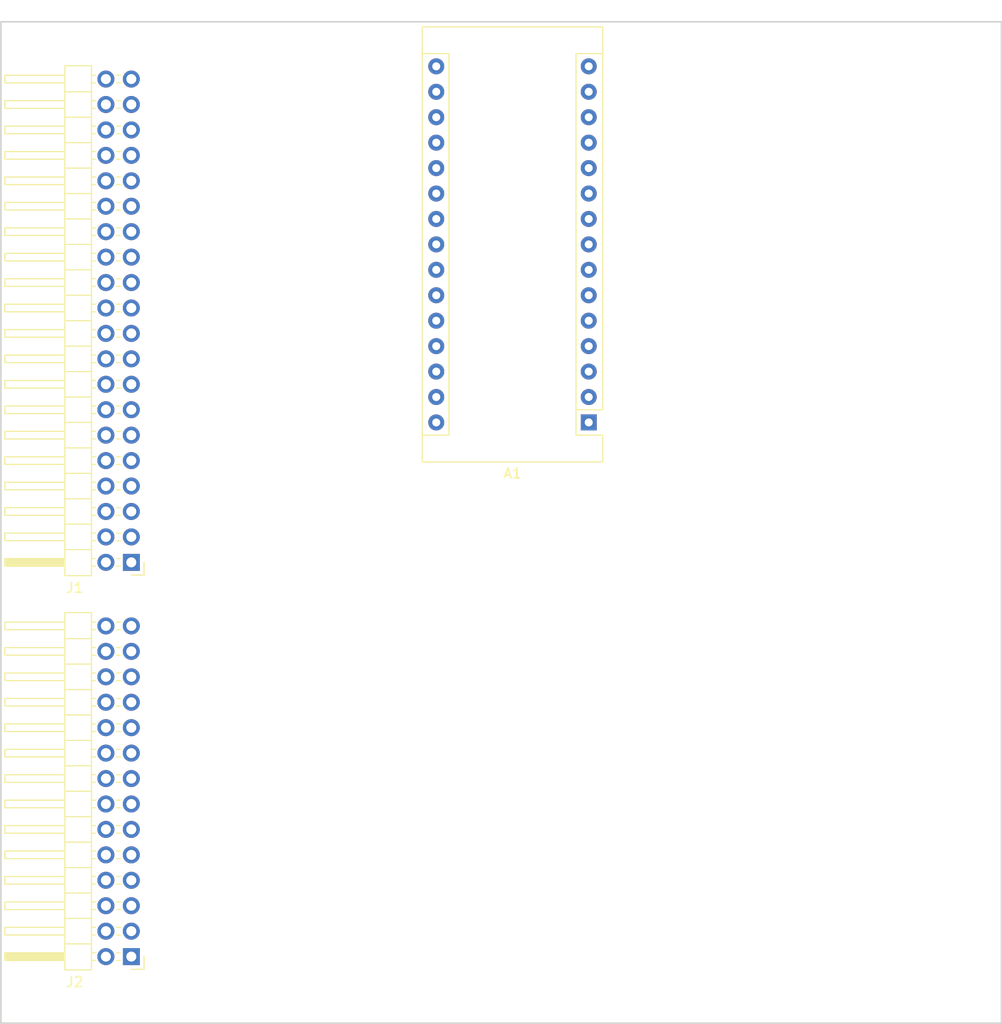
<source format=kicad_pcb>
(kicad_pcb (version 20171130) (host pcbnew "(5.0.0-rc2-dev-605-g458f9f5c9)")

  (general
    (thickness 1.6)
    (drawings 4)
    (tracks 0)
    (zones 0)
    (modules 3)
    (nets 21)
  )

  (page A4)
  (layers
    (0 F.Cu signal)
    (31 B.Cu signal)
    (32 B.Adhes user)
    (33 F.Adhes user)
    (34 B.Paste user)
    (35 F.Paste user)
    (36 B.SilkS user)
    (37 F.SilkS user)
    (38 B.Mask user)
    (39 F.Mask user)
    (40 Dwgs.User user)
    (41 Cmts.User user)
    (42 Eco1.User user)
    (43 Eco2.User user)
    (44 Edge.Cuts user)
    (45 Margin user)
    (46 B.CrtYd user)
    (47 F.CrtYd user)
    (48 B.Fab user)
    (49 F.Fab user)
  )

  (setup
    (last_trace_width 0.25)
    (trace_clearance 0.2)
    (zone_clearance 0.508)
    (zone_45_only no)
    (trace_min 0.2)
    (segment_width 0.2)
    (edge_width 0.15)
    (via_size 0.6)
    (via_drill 0.4)
    (via_min_size 0.4)
    (via_min_drill 0.3)
    (uvia_size 0.3)
    (uvia_drill 0.1)
    (uvias_allowed no)
    (uvia_min_size 0.2)
    (uvia_min_drill 0.1)
    (pcb_text_width 0.3)
    (pcb_text_size 1.5 1.5)
    (mod_edge_width 0.15)
    (mod_text_size 1 1)
    (mod_text_width 0.15)
    (pad_size 1.524 1.524)
    (pad_drill 0.762)
    (pad_to_mask_clearance 0.2)
    (aux_axis_origin 0 0)
    (visible_elements 7FFFFFFF)
    (pcbplotparams
      (layerselection 0x00030_80000001)
      (usegerberextensions false)
      (usegerberattributes false)
      (usegerberadvancedattributes false)
      (creategerberjobfile false)
      (excludeedgelayer true)
      (linewidth 0.100000)
      (plotframeref false)
      (viasonmask false)
      (mode 1)
      (useauxorigin false)
      (hpglpennumber 1)
      (hpglpenspeed 20)
      (hpglpendiameter 15)
      (psnegative false)
      (psa4output false)
      (plotreference true)
      (plotvalue true)
      (plotinvisibletext false)
      (padsonsilk false)
      (subtractmaskfromsilk false)
      (outputformat 1)
      (mirror false)
      (drillshape 1)
      (scaleselection 1)
      (outputdirectory ""))
  )

  (net 0 "")
  (net 1 GND)
  (net 2 +5V)
  (net 3 +3V3)
  (net 4 GPIO21)
  (net 5 GPIO20)
  (net 6 GPIO16)
  (net 7 GPIO12)
  (net 8 GPIO25)
  (net 9 GPIO24)
  (net 10 GPIO23)
  (net 11 GPIO18)
  (net 12 RST)
  (net 13 TXD)
  (net 14 RXD)
  (net 15 SCL1)
  (net 16 SDA1)
  (net 17 SDA)
  (net 18 SCL)
  (net 19 +HIGH)
  (net 20 GND_HIGH)

  (net_class Default "This is the default net class."
    (clearance 0.2)
    (trace_width 0.25)
    (via_dia 0.6)
    (via_drill 0.4)
    (uvia_dia 0.3)
    (uvia_drill 0.1)
    (add_net +3V3)
    (add_net +5V)
    (add_net +HIGH)
    (add_net GND)
    (add_net GND_HIGH)
    (add_net GPIO12)
    (add_net GPIO16)
    (add_net GPIO18)
    (add_net GPIO20)
    (add_net GPIO21)
    (add_net GPIO23)
    (add_net GPIO24)
    (add_net GPIO25)
    (add_net RST)
    (add_net RXD)
    (add_net SCL)
    (add_net SCL1)
    (add_net SDA)
    (add_net SDA1)
    (add_net TXD)
  )

  (module Module:Arduino_Nano (layer F.Cu) (tedit 58ACAF70) (tstamp 5AF9ED0A)
    (at 158.75 80.01 180)
    (descr "Arduino Nano, http://www.mouser.com/pdfdocs/Gravitech_Arduino_Nano3_0.pdf")
    (tags "Arduino Nano")
    (path /5AECBB11)
    (fp_text reference A1 (at 7.62 -5.08 180) (layer F.SilkS)
      (effects (font (size 1 1) (thickness 0.15)))
    )
    (fp_text value Arduino_Nano_v3.x (at 8.89 19.05 270) (layer F.Fab)
      (effects (font (size 1 1) (thickness 0.15)))
    )
    (fp_text user %R (at 6.35 19.05 270) (layer F.Fab)
      (effects (font (size 1 1) (thickness 0.15)))
    )
    (fp_line (start 1.27 1.27) (end 1.27 -1.27) (layer F.SilkS) (width 0.12))
    (fp_line (start 1.27 -1.27) (end -1.4 -1.27) (layer F.SilkS) (width 0.12))
    (fp_line (start -1.4 1.27) (end -1.4 39.5) (layer F.SilkS) (width 0.12))
    (fp_line (start -1.4 -3.94) (end -1.4 -1.27) (layer F.SilkS) (width 0.12))
    (fp_line (start 13.97 -1.27) (end 16.64 -1.27) (layer F.SilkS) (width 0.12))
    (fp_line (start 13.97 -1.27) (end 13.97 36.83) (layer F.SilkS) (width 0.12))
    (fp_line (start 13.97 36.83) (end 16.64 36.83) (layer F.SilkS) (width 0.12))
    (fp_line (start 1.27 1.27) (end -1.4 1.27) (layer F.SilkS) (width 0.12))
    (fp_line (start 1.27 1.27) (end 1.27 36.83) (layer F.SilkS) (width 0.12))
    (fp_line (start 1.27 36.83) (end -1.4 36.83) (layer F.SilkS) (width 0.12))
    (fp_line (start 3.81 31.75) (end 11.43 31.75) (layer F.Fab) (width 0.1))
    (fp_line (start 11.43 31.75) (end 11.43 41.91) (layer F.Fab) (width 0.1))
    (fp_line (start 11.43 41.91) (end 3.81 41.91) (layer F.Fab) (width 0.1))
    (fp_line (start 3.81 41.91) (end 3.81 31.75) (layer F.Fab) (width 0.1))
    (fp_line (start -1.4 39.5) (end 16.64 39.5) (layer F.SilkS) (width 0.12))
    (fp_line (start 16.64 39.5) (end 16.64 -3.94) (layer F.SilkS) (width 0.12))
    (fp_line (start 16.64 -3.94) (end -1.4 -3.94) (layer F.SilkS) (width 0.12))
    (fp_line (start 16.51 39.37) (end -1.27 39.37) (layer F.Fab) (width 0.1))
    (fp_line (start -1.27 39.37) (end -1.27 -2.54) (layer F.Fab) (width 0.1))
    (fp_line (start -1.27 -2.54) (end 0 -3.81) (layer F.Fab) (width 0.1))
    (fp_line (start 0 -3.81) (end 16.51 -3.81) (layer F.Fab) (width 0.1))
    (fp_line (start 16.51 -3.81) (end 16.51 39.37) (layer F.Fab) (width 0.1))
    (fp_line (start -1.53 -4.06) (end 16.75 -4.06) (layer F.CrtYd) (width 0.05))
    (fp_line (start -1.53 -4.06) (end -1.53 42.16) (layer F.CrtYd) (width 0.05))
    (fp_line (start 16.75 42.16) (end 16.75 -4.06) (layer F.CrtYd) (width 0.05))
    (fp_line (start 16.75 42.16) (end -1.53 42.16) (layer F.CrtYd) (width 0.05))
    (pad 1 thru_hole rect (at 0 0 180) (size 1.6 1.6) (drill 0.8) (layers *.Cu *.Mask)
      (net 13 TXD))
    (pad 17 thru_hole oval (at 15.24 33.02 180) (size 1.6 1.6) (drill 0.8) (layers *.Cu *.Mask))
    (pad 2 thru_hole oval (at 0 2.54 180) (size 1.6 1.6) (drill 0.8) (layers *.Cu *.Mask)
      (net 14 RXD))
    (pad 18 thru_hole oval (at 15.24 30.48 180) (size 1.6 1.6) (drill 0.8) (layers *.Cu *.Mask))
    (pad 3 thru_hole oval (at 0 5.08 180) (size 1.6 1.6) (drill 0.8) (layers *.Cu *.Mask))
    (pad 19 thru_hole oval (at 15.24 27.94 180) (size 1.6 1.6) (drill 0.8) (layers *.Cu *.Mask))
    (pad 4 thru_hole oval (at 0 7.62 180) (size 1.6 1.6) (drill 0.8) (layers *.Cu *.Mask)
      (net 1 GND))
    (pad 20 thru_hole oval (at 15.24 25.4 180) (size 1.6 1.6) (drill 0.8) (layers *.Cu *.Mask))
    (pad 5 thru_hole oval (at 0 10.16 180) (size 1.6 1.6) (drill 0.8) (layers *.Cu *.Mask))
    (pad 21 thru_hole oval (at 15.24 22.86 180) (size 1.6 1.6) (drill 0.8) (layers *.Cu *.Mask))
    (pad 6 thru_hole oval (at 0 12.7 180) (size 1.6 1.6) (drill 0.8) (layers *.Cu *.Mask))
    (pad 22 thru_hole oval (at 15.24 20.32 180) (size 1.6 1.6) (drill 0.8) (layers *.Cu *.Mask))
    (pad 7 thru_hole oval (at 0 15.24 180) (size 1.6 1.6) (drill 0.8) (layers *.Cu *.Mask))
    (pad 23 thru_hole oval (at 15.24 17.78 180) (size 1.6 1.6) (drill 0.8) (layers *.Cu *.Mask))
    (pad 8 thru_hole oval (at 0 17.78 180) (size 1.6 1.6) (drill 0.8) (layers *.Cu *.Mask))
    (pad 24 thru_hole oval (at 15.24 15.24 180) (size 1.6 1.6) (drill 0.8) (layers *.Cu *.Mask))
    (pad 9 thru_hole oval (at 0 20.32 180) (size 1.6 1.6) (drill 0.8) (layers *.Cu *.Mask))
    (pad 25 thru_hole oval (at 15.24 12.7 180) (size 1.6 1.6) (drill 0.8) (layers *.Cu *.Mask))
    (pad 10 thru_hole oval (at 0 22.86 180) (size 1.6 1.6) (drill 0.8) (layers *.Cu *.Mask))
    (pad 26 thru_hole oval (at 15.24 10.16 180) (size 1.6 1.6) (drill 0.8) (layers *.Cu *.Mask))
    (pad 11 thru_hole oval (at 0 25.4 180) (size 1.6 1.6) (drill 0.8) (layers *.Cu *.Mask))
    (pad 27 thru_hole oval (at 15.24 7.62 180) (size 1.6 1.6) (drill 0.8) (layers *.Cu *.Mask))
    (pad 12 thru_hole oval (at 0 27.94 180) (size 1.6 1.6) (drill 0.8) (layers *.Cu *.Mask))
    (pad 28 thru_hole oval (at 15.24 5.08 180) (size 1.6 1.6) (drill 0.8) (layers *.Cu *.Mask))
    (pad 13 thru_hole oval (at 0 30.48 180) (size 1.6 1.6) (drill 0.8) (layers *.Cu *.Mask))
    (pad 29 thru_hole oval (at 15.24 2.54 180) (size 1.6 1.6) (drill 0.8) (layers *.Cu *.Mask)
      (net 1 GND))
    (pad 14 thru_hole oval (at 0 33.02 180) (size 1.6 1.6) (drill 0.8) (layers *.Cu *.Mask))
    (pad 30 thru_hole oval (at 15.24 0 180) (size 1.6 1.6) (drill 0.8) (layers *.Cu *.Mask)
      (net 2 +5V))
    (pad 15 thru_hole oval (at 0 35.56 180) (size 1.6 1.6) (drill 0.8) (layers *.Cu *.Mask))
    (pad 16 thru_hole oval (at 15.24 35.56 180) (size 1.6 1.6) (drill 0.8) (layers *.Cu *.Mask))
    (model ${KISYS3DMOD}/Module.3dshapes/Arduino_Nano_WithMountingHoles.wrl
      (at (xyz 0 0 0))
      (scale (xyz 1 1 1))
      (rotate (xyz 0 0 0))
    )
  )

  (module Connector_PinHeader_2.54mm:PinHeader_2x20_P2.54mm_Horizontal (layer F.Cu) (tedit 5AFA2B70) (tstamp 5AF9ED0B)
    (at 113.03 93.98 180)
    (descr "Through hole angled pin header, 2x20, 2.54mm pitch, 6mm pin length, double rows")
    (tags "Through hole angled pin header THT 2x20 2.54mm double row")
    (path /5AE91F36)
    (fp_text reference J1 (at 5.655 -2.54 180) (layer F.SilkS)
      (effects (font (size 1 1) (thickness 0.15)))
    )
    (fp_text value Conn_02x20_Odd_Even (at 15.24 35.56 270) (layer F.Fab) hide
      (effects (font (size 1 1) (thickness 0.15)))
    )
    (fp_line (start 4.675 -1.27) (end 6.58 -1.27) (layer F.Fab) (width 0.1))
    (fp_line (start 6.58 -1.27) (end 6.58 49.53) (layer F.Fab) (width 0.1))
    (fp_line (start 6.58 49.53) (end 4.04 49.53) (layer F.Fab) (width 0.1))
    (fp_line (start 4.04 49.53) (end 4.04 -0.635) (layer F.Fab) (width 0.1))
    (fp_line (start 4.04 -0.635) (end 4.675 -1.27) (layer F.Fab) (width 0.1))
    (fp_line (start -0.32 -0.32) (end 4.04 -0.32) (layer F.Fab) (width 0.1))
    (fp_line (start -0.32 -0.32) (end -0.32 0.32) (layer F.Fab) (width 0.1))
    (fp_line (start -0.32 0.32) (end 4.04 0.32) (layer F.Fab) (width 0.1))
    (fp_line (start 6.58 -0.32) (end 12.58 -0.32) (layer F.Fab) (width 0.1))
    (fp_line (start 12.58 -0.32) (end 12.58 0.32) (layer F.Fab) (width 0.1))
    (fp_line (start 6.58 0.32) (end 12.58 0.32) (layer F.Fab) (width 0.1))
    (fp_line (start -0.32 2.22) (end 4.04 2.22) (layer F.Fab) (width 0.1))
    (fp_line (start -0.32 2.22) (end -0.32 2.86) (layer F.Fab) (width 0.1))
    (fp_line (start -0.32 2.86) (end 4.04 2.86) (layer F.Fab) (width 0.1))
    (fp_line (start 6.58 2.22) (end 12.58 2.22) (layer F.Fab) (width 0.1))
    (fp_line (start 12.58 2.22) (end 12.58 2.86) (layer F.Fab) (width 0.1))
    (fp_line (start 6.58 2.86) (end 12.58 2.86) (layer F.Fab) (width 0.1))
    (fp_line (start -0.32 4.76) (end 4.04 4.76) (layer F.Fab) (width 0.1))
    (fp_line (start -0.32 4.76) (end -0.32 5.4) (layer F.Fab) (width 0.1))
    (fp_line (start -0.32 5.4) (end 4.04 5.4) (layer F.Fab) (width 0.1))
    (fp_line (start 6.58 4.76) (end 12.58 4.76) (layer F.Fab) (width 0.1))
    (fp_line (start 12.58 4.76) (end 12.58 5.4) (layer F.Fab) (width 0.1))
    (fp_line (start 6.58 5.4) (end 12.58 5.4) (layer F.Fab) (width 0.1))
    (fp_line (start -0.32 7.3) (end 4.04 7.3) (layer F.Fab) (width 0.1))
    (fp_line (start -0.32 7.3) (end -0.32 7.94) (layer F.Fab) (width 0.1))
    (fp_line (start -0.32 7.94) (end 4.04 7.94) (layer F.Fab) (width 0.1))
    (fp_line (start 6.58 7.3) (end 12.58 7.3) (layer F.Fab) (width 0.1))
    (fp_line (start 12.58 7.3) (end 12.58 7.94) (layer F.Fab) (width 0.1))
    (fp_line (start 6.58 7.94) (end 12.58 7.94) (layer F.Fab) (width 0.1))
    (fp_line (start -0.32 9.84) (end 4.04 9.84) (layer F.Fab) (width 0.1))
    (fp_line (start -0.32 9.84) (end -0.32 10.48) (layer F.Fab) (width 0.1))
    (fp_line (start -0.32 10.48) (end 4.04 10.48) (layer F.Fab) (width 0.1))
    (fp_line (start 6.58 9.84) (end 12.58 9.84) (layer F.Fab) (width 0.1))
    (fp_line (start 12.58 9.84) (end 12.58 10.48) (layer F.Fab) (width 0.1))
    (fp_line (start 6.58 10.48) (end 12.58 10.48) (layer F.Fab) (width 0.1))
    (fp_line (start -0.32 12.38) (end 4.04 12.38) (layer F.Fab) (width 0.1))
    (fp_line (start -0.32 12.38) (end -0.32 13.02) (layer F.Fab) (width 0.1))
    (fp_line (start -0.32 13.02) (end 4.04 13.02) (layer F.Fab) (width 0.1))
    (fp_line (start 6.58 12.38) (end 12.58 12.38) (layer F.Fab) (width 0.1))
    (fp_line (start 12.58 12.38) (end 12.58 13.02) (layer F.Fab) (width 0.1))
    (fp_line (start 6.58 13.02) (end 12.58 13.02) (layer F.Fab) (width 0.1))
    (fp_line (start -0.32 14.92) (end 4.04 14.92) (layer F.Fab) (width 0.1))
    (fp_line (start -0.32 14.92) (end -0.32 15.56) (layer F.Fab) (width 0.1))
    (fp_line (start -0.32 15.56) (end 4.04 15.56) (layer F.Fab) (width 0.1))
    (fp_line (start 6.58 14.92) (end 12.58 14.92) (layer F.Fab) (width 0.1))
    (fp_line (start 12.58 14.92) (end 12.58 15.56) (layer F.Fab) (width 0.1))
    (fp_line (start 6.58 15.56) (end 12.58 15.56) (layer F.Fab) (width 0.1))
    (fp_line (start -0.32 17.46) (end 4.04 17.46) (layer F.Fab) (width 0.1))
    (fp_line (start -0.32 17.46) (end -0.32 18.1) (layer F.Fab) (width 0.1))
    (fp_line (start -0.32 18.1) (end 4.04 18.1) (layer F.Fab) (width 0.1))
    (fp_line (start 6.58 17.46) (end 12.58 17.46) (layer F.Fab) (width 0.1))
    (fp_line (start 12.58 17.46) (end 12.58 18.1) (layer F.Fab) (width 0.1))
    (fp_line (start 6.58 18.1) (end 12.58 18.1) (layer F.Fab) (width 0.1))
    (fp_line (start -0.32 20) (end 4.04 20) (layer F.Fab) (width 0.1))
    (fp_line (start -0.32 20) (end -0.32 20.64) (layer F.Fab) (width 0.1))
    (fp_line (start -0.32 20.64) (end 4.04 20.64) (layer F.Fab) (width 0.1))
    (fp_line (start 6.58 20) (end 12.58 20) (layer F.Fab) (width 0.1))
    (fp_line (start 12.58 20) (end 12.58 20.64) (layer F.Fab) (width 0.1))
    (fp_line (start 6.58 20.64) (end 12.58 20.64) (layer F.Fab) (width 0.1))
    (fp_line (start -0.32 22.54) (end 4.04 22.54) (layer F.Fab) (width 0.1))
    (fp_line (start -0.32 22.54) (end -0.32 23.18) (layer F.Fab) (width 0.1))
    (fp_line (start -0.32 23.18) (end 4.04 23.18) (layer F.Fab) (width 0.1))
    (fp_line (start 6.58 22.54) (end 12.58 22.54) (layer F.Fab) (width 0.1))
    (fp_line (start 12.58 22.54) (end 12.58 23.18) (layer F.Fab) (width 0.1))
    (fp_line (start 6.58 23.18) (end 12.58 23.18) (layer F.Fab) (width 0.1))
    (fp_line (start -0.32 25.08) (end 4.04 25.08) (layer F.Fab) (width 0.1))
    (fp_line (start -0.32 25.08) (end -0.32 25.72) (layer F.Fab) (width 0.1))
    (fp_line (start -0.32 25.72) (end 4.04 25.72) (layer F.Fab) (width 0.1))
    (fp_line (start 6.58 25.08) (end 12.58 25.08) (layer F.Fab) (width 0.1))
    (fp_line (start 12.58 25.08) (end 12.58 25.72) (layer F.Fab) (width 0.1))
    (fp_line (start 6.58 25.72) (end 12.58 25.72) (layer F.Fab) (width 0.1))
    (fp_line (start -0.32 27.62) (end 4.04 27.62) (layer F.Fab) (width 0.1))
    (fp_line (start -0.32 27.62) (end -0.32 28.26) (layer F.Fab) (width 0.1))
    (fp_line (start -0.32 28.26) (end 4.04 28.26) (layer F.Fab) (width 0.1))
    (fp_line (start 6.58 27.62) (end 12.58 27.62) (layer F.Fab) (width 0.1))
    (fp_line (start 12.58 27.62) (end 12.58 28.26) (layer F.Fab) (width 0.1))
    (fp_line (start 6.58 28.26) (end 12.58 28.26) (layer F.Fab) (width 0.1))
    (fp_line (start -0.32 30.16) (end 4.04 30.16) (layer F.Fab) (width 0.1))
    (fp_line (start -0.32 30.16) (end -0.32 30.8) (layer F.Fab) (width 0.1))
    (fp_line (start -0.32 30.8) (end 4.04 30.8) (layer F.Fab) (width 0.1))
    (fp_line (start 6.58 30.16) (end 12.58 30.16) (layer F.Fab) (width 0.1))
    (fp_line (start 12.58 30.16) (end 12.58 30.8) (layer F.Fab) (width 0.1))
    (fp_line (start 6.58 30.8) (end 12.58 30.8) (layer F.Fab) (width 0.1))
    (fp_line (start -0.32 32.7) (end 4.04 32.7) (layer F.Fab) (width 0.1))
    (fp_line (start -0.32 32.7) (end -0.32 33.34) (layer F.Fab) (width 0.1))
    (fp_line (start -0.32 33.34) (end 4.04 33.34) (layer F.Fab) (width 0.1))
    (fp_line (start 6.58 32.7) (end 12.58 32.7) (layer F.Fab) (width 0.1))
    (fp_line (start 12.58 32.7) (end 12.58 33.34) (layer F.Fab) (width 0.1))
    (fp_line (start 6.58 33.34) (end 12.58 33.34) (layer F.Fab) (width 0.1))
    (fp_line (start -0.32 35.24) (end 4.04 35.24) (layer F.Fab) (width 0.1))
    (fp_line (start -0.32 35.24) (end -0.32 35.88) (layer F.Fab) (width 0.1))
    (fp_line (start -0.32 35.88) (end 4.04 35.88) (layer F.Fab) (width 0.1))
    (fp_line (start 6.58 35.24) (end 12.58 35.24) (layer F.Fab) (width 0.1))
    (fp_line (start 12.58 35.24) (end 12.58 35.88) (layer F.Fab) (width 0.1))
    (fp_line (start 6.58 35.88) (end 12.58 35.88) (layer F.Fab) (width 0.1))
    (fp_line (start -0.32 37.78) (end 4.04 37.78) (layer F.Fab) (width 0.1))
    (fp_line (start -0.32 37.78) (end -0.32 38.42) (layer F.Fab) (width 0.1))
    (fp_line (start -0.32 38.42) (end 4.04 38.42) (layer F.Fab) (width 0.1))
    (fp_line (start 6.58 37.78) (end 12.58 37.78) (layer F.Fab) (width 0.1))
    (fp_line (start 12.58 37.78) (end 12.58 38.42) (layer F.Fab) (width 0.1))
    (fp_line (start 6.58 38.42) (end 12.58 38.42) (layer F.Fab) (width 0.1))
    (fp_line (start -0.32 40.32) (end 4.04 40.32) (layer F.Fab) (width 0.1))
    (fp_line (start -0.32 40.32) (end -0.32 40.96) (layer F.Fab) (width 0.1))
    (fp_line (start -0.32 40.96) (end 4.04 40.96) (layer F.Fab) (width 0.1))
    (fp_line (start 6.58 40.32) (end 12.58 40.32) (layer F.Fab) (width 0.1))
    (fp_line (start 12.58 40.32) (end 12.58 40.96) (layer F.Fab) (width 0.1))
    (fp_line (start 6.58 40.96) (end 12.58 40.96) (layer F.Fab) (width 0.1))
    (fp_line (start -0.32 42.86) (end 4.04 42.86) (layer F.Fab) (width 0.1))
    (fp_line (start -0.32 42.86) (end -0.32 43.5) (layer F.Fab) (width 0.1))
    (fp_line (start -0.32 43.5) (end 4.04 43.5) (layer F.Fab) (width 0.1))
    (fp_line (start 6.58 42.86) (end 12.58 42.86) (layer F.Fab) (width 0.1))
    (fp_line (start 12.58 42.86) (end 12.58 43.5) (layer F.Fab) (width 0.1))
    (fp_line (start 6.58 43.5) (end 12.58 43.5) (layer F.Fab) (width 0.1))
    (fp_line (start -0.32 45.4) (end 4.04 45.4) (layer F.Fab) (width 0.1))
    (fp_line (start -0.32 45.4) (end -0.32 46.04) (layer F.Fab) (width 0.1))
    (fp_line (start -0.32 46.04) (end 4.04 46.04) (layer F.Fab) (width 0.1))
    (fp_line (start 6.58 45.4) (end 12.58 45.4) (layer F.Fab) (width 0.1))
    (fp_line (start 12.58 45.4) (end 12.58 46.04) (layer F.Fab) (width 0.1))
    (fp_line (start 6.58 46.04) (end 12.58 46.04) (layer F.Fab) (width 0.1))
    (fp_line (start -0.32 47.94) (end 4.04 47.94) (layer F.Fab) (width 0.1))
    (fp_line (start -0.32 47.94) (end -0.32 48.58) (layer F.Fab) (width 0.1))
    (fp_line (start -0.32 48.58) (end 4.04 48.58) (layer F.Fab) (width 0.1))
    (fp_line (start 6.58 47.94) (end 12.58 47.94) (layer F.Fab) (width 0.1))
    (fp_line (start 12.58 47.94) (end 12.58 48.58) (layer F.Fab) (width 0.1))
    (fp_line (start 6.58 48.58) (end 12.58 48.58) (layer F.Fab) (width 0.1))
    (fp_line (start 3.98 -1.33) (end 3.98 49.59) (layer F.SilkS) (width 0.12))
    (fp_line (start 3.98 49.59) (end 6.64 49.59) (layer F.SilkS) (width 0.12))
    (fp_line (start 6.64 49.59) (end 6.64 -1.33) (layer F.SilkS) (width 0.12))
    (fp_line (start 6.64 -1.33) (end 3.98 -1.33) (layer F.SilkS) (width 0.12))
    (fp_line (start 6.64 -0.38) (end 12.64 -0.38) (layer F.SilkS) (width 0.12))
    (fp_line (start 12.64 -0.38) (end 12.64 0.38) (layer F.SilkS) (width 0.12))
    (fp_line (start 12.64 0.38) (end 6.64 0.38) (layer F.SilkS) (width 0.12))
    (fp_line (start 6.64 -0.32) (end 12.64 -0.32) (layer F.SilkS) (width 0.12))
    (fp_line (start 6.64 -0.2) (end 12.64 -0.2) (layer F.SilkS) (width 0.12))
    (fp_line (start 6.64 -0.08) (end 12.64 -0.08) (layer F.SilkS) (width 0.12))
    (fp_line (start 6.64 0.04) (end 12.64 0.04) (layer F.SilkS) (width 0.12))
    (fp_line (start 6.64 0.16) (end 12.64 0.16) (layer F.SilkS) (width 0.12))
    (fp_line (start 6.64 0.28) (end 12.64 0.28) (layer F.SilkS) (width 0.12))
    (fp_line (start 3.582929 -0.38) (end 3.98 -0.38) (layer F.SilkS) (width 0.12))
    (fp_line (start 3.582929 0.38) (end 3.98 0.38) (layer F.SilkS) (width 0.12))
    (fp_line (start 1.11 -0.38) (end 1.497071 -0.38) (layer F.SilkS) (width 0.12))
    (fp_line (start 1.11 0.38) (end 1.497071 0.38) (layer F.SilkS) (width 0.12))
    (fp_line (start 3.98 1.27) (end 6.64 1.27) (layer F.SilkS) (width 0.12))
    (fp_line (start 6.64 2.16) (end 12.64 2.16) (layer F.SilkS) (width 0.12))
    (fp_line (start 12.64 2.16) (end 12.64 2.92) (layer F.SilkS) (width 0.12))
    (fp_line (start 12.64 2.92) (end 6.64 2.92) (layer F.SilkS) (width 0.12))
    (fp_line (start 3.582929 2.16) (end 3.98 2.16) (layer F.SilkS) (width 0.12))
    (fp_line (start 3.582929 2.92) (end 3.98 2.92) (layer F.SilkS) (width 0.12))
    (fp_line (start 1.042929 2.16) (end 1.497071 2.16) (layer F.SilkS) (width 0.12))
    (fp_line (start 1.042929 2.92) (end 1.497071 2.92) (layer F.SilkS) (width 0.12))
    (fp_line (start 3.98 3.81) (end 6.64 3.81) (layer F.SilkS) (width 0.12))
    (fp_line (start 6.64 4.7) (end 12.64 4.7) (layer F.SilkS) (width 0.12))
    (fp_line (start 12.64 4.7) (end 12.64 5.46) (layer F.SilkS) (width 0.12))
    (fp_line (start 12.64 5.46) (end 6.64 5.46) (layer F.SilkS) (width 0.12))
    (fp_line (start 3.582929 4.7) (end 3.98 4.7) (layer F.SilkS) (width 0.12))
    (fp_line (start 3.582929 5.46) (end 3.98 5.46) (layer F.SilkS) (width 0.12))
    (fp_line (start 1.042929 4.7) (end 1.497071 4.7) (layer F.SilkS) (width 0.12))
    (fp_line (start 1.042929 5.46) (end 1.497071 5.46) (layer F.SilkS) (width 0.12))
    (fp_line (start 3.98 6.35) (end 6.64 6.35) (layer F.SilkS) (width 0.12))
    (fp_line (start 6.64 7.24) (end 12.64 7.24) (layer F.SilkS) (width 0.12))
    (fp_line (start 12.64 7.24) (end 12.64 8) (layer F.SilkS) (width 0.12))
    (fp_line (start 12.64 8) (end 6.64 8) (layer F.SilkS) (width 0.12))
    (fp_line (start 3.582929 7.24) (end 3.98 7.24) (layer F.SilkS) (width 0.12))
    (fp_line (start 3.582929 8) (end 3.98 8) (layer F.SilkS) (width 0.12))
    (fp_line (start 1.042929 7.24) (end 1.497071 7.24) (layer F.SilkS) (width 0.12))
    (fp_line (start 1.042929 8) (end 1.497071 8) (layer F.SilkS) (width 0.12))
    (fp_line (start 3.98 8.89) (end 6.64 8.89) (layer F.SilkS) (width 0.12))
    (fp_line (start 6.64 9.78) (end 12.64 9.78) (layer F.SilkS) (width 0.12))
    (fp_line (start 12.64 9.78) (end 12.64 10.54) (layer F.SilkS) (width 0.12))
    (fp_line (start 12.64 10.54) (end 6.64 10.54) (layer F.SilkS) (width 0.12))
    (fp_line (start 3.582929 9.78) (end 3.98 9.78) (layer F.SilkS) (width 0.12))
    (fp_line (start 3.582929 10.54) (end 3.98 10.54) (layer F.SilkS) (width 0.12))
    (fp_line (start 1.042929 9.78) (end 1.497071 9.78) (layer F.SilkS) (width 0.12))
    (fp_line (start 1.042929 10.54) (end 1.497071 10.54) (layer F.SilkS) (width 0.12))
    (fp_line (start 3.98 11.43) (end 6.64 11.43) (layer F.SilkS) (width 0.12))
    (fp_line (start 6.64 12.32) (end 12.64 12.32) (layer F.SilkS) (width 0.12))
    (fp_line (start 12.64 12.32) (end 12.64 13.08) (layer F.SilkS) (width 0.12))
    (fp_line (start 12.64 13.08) (end 6.64 13.08) (layer F.SilkS) (width 0.12))
    (fp_line (start 3.582929 12.32) (end 3.98 12.32) (layer F.SilkS) (width 0.12))
    (fp_line (start 3.582929 13.08) (end 3.98 13.08) (layer F.SilkS) (width 0.12))
    (fp_line (start 1.042929 12.32) (end 1.497071 12.32) (layer F.SilkS) (width 0.12))
    (fp_line (start 1.042929 13.08) (end 1.497071 13.08) (layer F.SilkS) (width 0.12))
    (fp_line (start 3.98 13.97) (end 6.64 13.97) (layer F.SilkS) (width 0.12))
    (fp_line (start 6.64 14.86) (end 12.64 14.86) (layer F.SilkS) (width 0.12))
    (fp_line (start 12.64 14.86) (end 12.64 15.62) (layer F.SilkS) (width 0.12))
    (fp_line (start 12.64 15.62) (end 6.64 15.62) (layer F.SilkS) (width 0.12))
    (fp_line (start 3.582929 14.86) (end 3.98 14.86) (layer F.SilkS) (width 0.12))
    (fp_line (start 3.582929 15.62) (end 3.98 15.62) (layer F.SilkS) (width 0.12))
    (fp_line (start 1.042929 14.86) (end 1.497071 14.86) (layer F.SilkS) (width 0.12))
    (fp_line (start 1.042929 15.62) (end 1.497071 15.62) (layer F.SilkS) (width 0.12))
    (fp_line (start 3.98 16.51) (end 6.64 16.51) (layer F.SilkS) (width 0.12))
    (fp_line (start 6.64 17.4) (end 12.64 17.4) (layer F.SilkS) (width 0.12))
    (fp_line (start 12.64 17.4) (end 12.64 18.16) (layer F.SilkS) (width 0.12))
    (fp_line (start 12.64 18.16) (end 6.64 18.16) (layer F.SilkS) (width 0.12))
    (fp_line (start 3.582929 17.4) (end 3.98 17.4) (layer F.SilkS) (width 0.12))
    (fp_line (start 3.582929 18.16) (end 3.98 18.16) (layer F.SilkS) (width 0.12))
    (fp_line (start 1.042929 17.4) (end 1.497071 17.4) (layer F.SilkS) (width 0.12))
    (fp_line (start 1.042929 18.16) (end 1.497071 18.16) (layer F.SilkS) (width 0.12))
    (fp_line (start 3.98 19.05) (end 6.64 19.05) (layer F.SilkS) (width 0.12))
    (fp_line (start 6.64 19.94) (end 12.64 19.94) (layer F.SilkS) (width 0.12))
    (fp_line (start 12.64 19.94) (end 12.64 20.7) (layer F.SilkS) (width 0.12))
    (fp_line (start 12.64 20.7) (end 6.64 20.7) (layer F.SilkS) (width 0.12))
    (fp_line (start 3.582929 19.94) (end 3.98 19.94) (layer F.SilkS) (width 0.12))
    (fp_line (start 3.582929 20.7) (end 3.98 20.7) (layer F.SilkS) (width 0.12))
    (fp_line (start 1.042929 19.94) (end 1.497071 19.94) (layer F.SilkS) (width 0.12))
    (fp_line (start 1.042929 20.7) (end 1.497071 20.7) (layer F.SilkS) (width 0.12))
    (fp_line (start 3.98 21.59) (end 6.64 21.59) (layer F.SilkS) (width 0.12))
    (fp_line (start 6.64 22.48) (end 12.64 22.48) (layer F.SilkS) (width 0.12))
    (fp_line (start 12.64 22.48) (end 12.64 23.24) (layer F.SilkS) (width 0.12))
    (fp_line (start 12.64 23.24) (end 6.64 23.24) (layer F.SilkS) (width 0.12))
    (fp_line (start 3.582929 22.48) (end 3.98 22.48) (layer F.SilkS) (width 0.12))
    (fp_line (start 3.582929 23.24) (end 3.98 23.24) (layer F.SilkS) (width 0.12))
    (fp_line (start 1.042929 22.48) (end 1.497071 22.48) (layer F.SilkS) (width 0.12))
    (fp_line (start 1.042929 23.24) (end 1.497071 23.24) (layer F.SilkS) (width 0.12))
    (fp_line (start 3.98 24.13) (end 6.64 24.13) (layer F.SilkS) (width 0.12))
    (fp_line (start 6.64 25.02) (end 12.64 25.02) (layer F.SilkS) (width 0.12))
    (fp_line (start 12.64 25.02) (end 12.64 25.78) (layer F.SilkS) (width 0.12))
    (fp_line (start 12.64 25.78) (end 6.64 25.78) (layer F.SilkS) (width 0.12))
    (fp_line (start 3.582929 25.02) (end 3.98 25.02) (layer F.SilkS) (width 0.12))
    (fp_line (start 3.582929 25.78) (end 3.98 25.78) (layer F.SilkS) (width 0.12))
    (fp_line (start 1.042929 25.02) (end 1.497071 25.02) (layer F.SilkS) (width 0.12))
    (fp_line (start 1.042929 25.78) (end 1.497071 25.78) (layer F.SilkS) (width 0.12))
    (fp_line (start 3.98 26.67) (end 6.64 26.67) (layer F.SilkS) (width 0.12))
    (fp_line (start 6.64 27.56) (end 12.64 27.56) (layer F.SilkS) (width 0.12))
    (fp_line (start 12.64 27.56) (end 12.64 28.32) (layer F.SilkS) (width 0.12))
    (fp_line (start 12.64 28.32) (end 6.64 28.32) (layer F.SilkS) (width 0.12))
    (fp_line (start 3.582929 27.56) (end 3.98 27.56) (layer F.SilkS) (width 0.12))
    (fp_line (start 3.582929 28.32) (end 3.98 28.32) (layer F.SilkS) (width 0.12))
    (fp_line (start 1.042929 27.56) (end 1.497071 27.56) (layer F.SilkS) (width 0.12))
    (fp_line (start 1.042929 28.32) (end 1.497071 28.32) (layer F.SilkS) (width 0.12))
    (fp_line (start 3.98 29.21) (end 6.64 29.21) (layer F.SilkS) (width 0.12))
    (fp_line (start 6.64 30.1) (end 12.64 30.1) (layer F.SilkS) (width 0.12))
    (fp_line (start 12.64 30.1) (end 12.64 30.86) (layer F.SilkS) (width 0.12))
    (fp_line (start 12.64 30.86) (end 6.64 30.86) (layer F.SilkS) (width 0.12))
    (fp_line (start 3.582929 30.1) (end 3.98 30.1) (layer F.SilkS) (width 0.12))
    (fp_line (start 3.582929 30.86) (end 3.98 30.86) (layer F.SilkS) (width 0.12))
    (fp_line (start 1.042929 30.1) (end 1.497071 30.1) (layer F.SilkS) (width 0.12))
    (fp_line (start 1.042929 30.86) (end 1.497071 30.86) (layer F.SilkS) (width 0.12))
    (fp_line (start 3.98 31.75) (end 6.64 31.75) (layer F.SilkS) (width 0.12))
    (fp_line (start 6.64 32.64) (end 12.64 32.64) (layer F.SilkS) (width 0.12))
    (fp_line (start 12.64 32.64) (end 12.64 33.4) (layer F.SilkS) (width 0.12))
    (fp_line (start 12.64 33.4) (end 6.64 33.4) (layer F.SilkS) (width 0.12))
    (fp_line (start 3.582929 32.64) (end 3.98 32.64) (layer F.SilkS) (width 0.12))
    (fp_line (start 3.582929 33.4) (end 3.98 33.4) (layer F.SilkS) (width 0.12))
    (fp_line (start 1.042929 32.64) (end 1.497071 32.64) (layer F.SilkS) (width 0.12))
    (fp_line (start 1.042929 33.4) (end 1.497071 33.4) (layer F.SilkS) (width 0.12))
    (fp_line (start 3.98 34.29) (end 6.64 34.29) (layer F.SilkS) (width 0.12))
    (fp_line (start 6.64 35.18) (end 12.64 35.18) (layer F.SilkS) (width 0.12))
    (fp_line (start 12.64 35.18) (end 12.64 35.94) (layer F.SilkS) (width 0.12))
    (fp_line (start 12.64 35.94) (end 6.64 35.94) (layer F.SilkS) (width 0.12))
    (fp_line (start 3.582929 35.18) (end 3.98 35.18) (layer F.SilkS) (width 0.12))
    (fp_line (start 3.582929 35.94) (end 3.98 35.94) (layer F.SilkS) (width 0.12))
    (fp_line (start 1.042929 35.18) (end 1.497071 35.18) (layer F.SilkS) (width 0.12))
    (fp_line (start 1.042929 35.94) (end 1.497071 35.94) (layer F.SilkS) (width 0.12))
    (fp_line (start 3.98 36.83) (end 6.64 36.83) (layer F.SilkS) (width 0.12))
    (fp_line (start 6.64 37.72) (end 12.64 37.72) (layer F.SilkS) (width 0.12))
    (fp_line (start 12.64 37.72) (end 12.64 38.48) (layer F.SilkS) (width 0.12))
    (fp_line (start 12.64 38.48) (end 6.64 38.48) (layer F.SilkS) (width 0.12))
    (fp_line (start 3.582929 37.72) (end 3.98 37.72) (layer F.SilkS) (width 0.12))
    (fp_line (start 3.582929 38.48) (end 3.98 38.48) (layer F.SilkS) (width 0.12))
    (fp_line (start 1.042929 37.72) (end 1.497071 37.72) (layer F.SilkS) (width 0.12))
    (fp_line (start 1.042929 38.48) (end 1.497071 38.48) (layer F.SilkS) (width 0.12))
    (fp_line (start 3.98 39.37) (end 6.64 39.37) (layer F.SilkS) (width 0.12))
    (fp_line (start 6.64 40.26) (end 12.64 40.26) (layer F.SilkS) (width 0.12))
    (fp_line (start 12.64 40.26) (end 12.64 41.02) (layer F.SilkS) (width 0.12))
    (fp_line (start 12.64 41.02) (end 6.64 41.02) (layer F.SilkS) (width 0.12))
    (fp_line (start 3.582929 40.26) (end 3.98 40.26) (layer F.SilkS) (width 0.12))
    (fp_line (start 3.582929 41.02) (end 3.98 41.02) (layer F.SilkS) (width 0.12))
    (fp_line (start 1.042929 40.26) (end 1.497071 40.26) (layer F.SilkS) (width 0.12))
    (fp_line (start 1.042929 41.02) (end 1.497071 41.02) (layer F.SilkS) (width 0.12))
    (fp_line (start 3.98 41.91) (end 6.64 41.91) (layer F.SilkS) (width 0.12))
    (fp_line (start 6.64 42.8) (end 12.64 42.8) (layer F.SilkS) (width 0.12))
    (fp_line (start 12.64 42.8) (end 12.64 43.56) (layer F.SilkS) (width 0.12))
    (fp_line (start 12.64 43.56) (end 6.64 43.56) (layer F.SilkS) (width 0.12))
    (fp_line (start 3.582929 42.8) (end 3.98 42.8) (layer F.SilkS) (width 0.12))
    (fp_line (start 3.582929 43.56) (end 3.98 43.56) (layer F.SilkS) (width 0.12))
    (fp_line (start 1.042929 42.8) (end 1.497071 42.8) (layer F.SilkS) (width 0.12))
    (fp_line (start 1.042929 43.56) (end 1.497071 43.56) (layer F.SilkS) (width 0.12))
    (fp_line (start 3.98 44.45) (end 6.64 44.45) (layer F.SilkS) (width 0.12))
    (fp_line (start 6.64 45.34) (end 12.64 45.34) (layer F.SilkS) (width 0.12))
    (fp_line (start 12.64 45.34) (end 12.64 46.1) (layer F.SilkS) (width 0.12))
    (fp_line (start 12.64 46.1) (end 6.64 46.1) (layer F.SilkS) (width 0.12))
    (fp_line (start 3.582929 45.34) (end 3.98 45.34) (layer F.SilkS) (width 0.12))
    (fp_line (start 3.582929 46.1) (end 3.98 46.1) (layer F.SilkS) (width 0.12))
    (fp_line (start 1.042929 45.34) (end 1.497071 45.34) (layer F.SilkS) (width 0.12))
    (fp_line (start 1.042929 46.1) (end 1.497071 46.1) (layer F.SilkS) (width 0.12))
    (fp_line (start 3.98 46.99) (end 6.64 46.99) (layer F.SilkS) (width 0.12))
    (fp_line (start 6.64 47.88) (end 12.64 47.88) (layer F.SilkS) (width 0.12))
    (fp_line (start 12.64 47.88) (end 12.64 48.64) (layer F.SilkS) (width 0.12))
    (fp_line (start 12.64 48.64) (end 6.64 48.64) (layer F.SilkS) (width 0.12))
    (fp_line (start 3.582929 47.88) (end 3.98 47.88) (layer F.SilkS) (width 0.12))
    (fp_line (start 3.582929 48.64) (end 3.98 48.64) (layer F.SilkS) (width 0.12))
    (fp_line (start 1.042929 47.88) (end 1.497071 47.88) (layer F.SilkS) (width 0.12))
    (fp_line (start 1.042929 48.64) (end 1.497071 48.64) (layer F.SilkS) (width 0.12))
    (fp_line (start -1.27 0) (end -1.27 -1.27) (layer F.SilkS) (width 0.12))
    (fp_line (start -1.27 -1.27) (end 0 -1.27) (layer F.SilkS) (width 0.12))
    (fp_line (start -1.8 -1.8) (end -1.8 50.05) (layer F.CrtYd) (width 0.05))
    (fp_line (start -1.8 50.05) (end 13.1 50.05) (layer F.CrtYd) (width 0.05))
    (fp_line (start 13.1 50.05) (end 13.1 -1.8) (layer F.CrtYd) (width 0.05))
    (fp_line (start 13.1 -1.8) (end -1.8 -1.8) (layer F.CrtYd) (width 0.05))
    (fp_text user %R (at 5.31 24.13 270) (layer F.Fab)
      (effects (font (size 1 1) (thickness 0.15)))
    )
    (pad 1 thru_hole rect (at 0 0 180) (size 1.7 1.7) (drill 1) (layers *.Cu *.Mask)
      (net 4 GPIO21))
    (pad 2 thru_hole oval (at 2.54 0 180) (size 1.7 1.7) (drill 1) (layers *.Cu *.Mask)
      (net 4 GPIO21))
    (pad 3 thru_hole oval (at 0 2.54 180) (size 1.7 1.7) (drill 1) (layers *.Cu *.Mask)
      (net 5 GPIO20))
    (pad 4 thru_hole oval (at 2.54 2.54 180) (size 1.7 1.7) (drill 1) (layers *.Cu *.Mask)
      (net 5 GPIO20))
    (pad 5 thru_hole oval (at 0 5.08 180) (size 1.7 1.7) (drill 1) (layers *.Cu *.Mask)
      (net 6 GPIO16))
    (pad 6 thru_hole oval (at 2.54 5.08 180) (size 1.7 1.7) (drill 1) (layers *.Cu *.Mask)
      (net 6 GPIO16))
    (pad 7 thru_hole oval (at 0 7.62 180) (size 1.7 1.7) (drill 1) (layers *.Cu *.Mask)
      (net 7 GPIO12))
    (pad 8 thru_hole oval (at 2.54 7.62 180) (size 1.7 1.7) (drill 1) (layers *.Cu *.Mask)
      (net 7 GPIO12))
    (pad 9 thru_hole oval (at 0 10.16 180) (size 1.7 1.7) (drill 1) (layers *.Cu *.Mask)
      (net 8 GPIO25))
    (pad 10 thru_hole oval (at 2.54 10.16 180) (size 1.7 1.7) (drill 1) (layers *.Cu *.Mask)
      (net 8 GPIO25))
    (pad 11 thru_hole oval (at 0 12.7 180) (size 1.7 1.7) (drill 1) (layers *.Cu *.Mask)
      (net 9 GPIO24))
    (pad 12 thru_hole oval (at 2.54 12.7 180) (size 1.7 1.7) (drill 1) (layers *.Cu *.Mask)
      (net 9 GPIO24))
    (pad 13 thru_hole oval (at 0 15.24 180) (size 1.7 1.7) (drill 1) (layers *.Cu *.Mask)
      (net 10 GPIO23))
    (pad 14 thru_hole oval (at 2.54 15.24 180) (size 1.7 1.7) (drill 1) (layers *.Cu *.Mask)
      (net 10 GPIO23))
    (pad 15 thru_hole oval (at 0 17.78 180) (size 1.7 1.7) (drill 1) (layers *.Cu *.Mask)
      (net 11 GPIO18))
    (pad 16 thru_hole oval (at 2.54 17.78 180) (size 1.7 1.7) (drill 1) (layers *.Cu *.Mask)
      (net 11 GPIO18))
    (pad 17 thru_hole oval (at 0 20.32 180) (size 1.7 1.7) (drill 1) (layers *.Cu *.Mask)
      (net 1 GND))
    (pad 18 thru_hole oval (at 2.54 20.32 180) (size 1.7 1.7) (drill 1) (layers *.Cu *.Mask)
      (net 1 GND))
    (pad 19 thru_hole oval (at 0 22.86 180) (size 1.7 1.7) (drill 1) (layers *.Cu *.Mask)
      (net 12 RST))
    (pad 20 thru_hole oval (at 2.54 22.86 180) (size 1.7 1.7) (drill 1) (layers *.Cu *.Mask)
      (net 12 RST))
    (pad 21 thru_hole oval (at 0 25.4 180) (size 1.7 1.7) (drill 1) (layers *.Cu *.Mask)
      (net 1 GND))
    (pad 22 thru_hole oval (at 2.54 25.4 180) (size 1.7 1.7) (drill 1) (layers *.Cu *.Mask)
      (net 1 GND))
    (pad 23 thru_hole oval (at 0 27.94 180) (size 1.7 1.7) (drill 1) (layers *.Cu *.Mask)
      (net 13 TXD))
    (pad 24 thru_hole oval (at 2.54 27.94 180) (size 1.7 1.7) (drill 1) (layers *.Cu *.Mask)
      (net 13 TXD))
    (pad 25 thru_hole oval (at 0 30.48 180) (size 1.7 1.7) (drill 1) (layers *.Cu *.Mask)
      (net 14 RXD))
    (pad 26 thru_hole oval (at 2.54 30.48 180) (size 1.7 1.7) (drill 1) (layers *.Cu *.Mask)
      (net 14 RXD))
    (pad 27 thru_hole oval (at 0 33.02 180) (size 1.7 1.7) (drill 1) (layers *.Cu *.Mask)
      (net 1 GND))
    (pad 28 thru_hole oval (at 2.54 33.02 180) (size 1.7 1.7) (drill 1) (layers *.Cu *.Mask)
      (net 1 GND))
    (pad 29 thru_hole oval (at 0 35.56 180) (size 1.7 1.7) (drill 1) (layers *.Cu *.Mask)
      (net 16 SDA1))
    (pad 30 thru_hole oval (at 2.54 35.56 180) (size 1.7 1.7) (drill 1) (layers *.Cu *.Mask)
      (net 16 SDA1))
    (pad 31 thru_hole oval (at 0 38.1 180) (size 1.7 1.7) (drill 1) (layers *.Cu *.Mask)
      (net 15 SCL1))
    (pad 32 thru_hole oval (at 2.54 38.1 180) (size 1.7 1.7) (drill 1) (layers *.Cu *.Mask)
      (net 15 SCL1))
    (pad 33 thru_hole oval (at 0 40.64 180) (size 1.7 1.7) (drill 1) (layers *.Cu *.Mask)
      (net 1 GND))
    (pad 34 thru_hole oval (at 2.54 40.64 180) (size 1.7 1.7) (drill 1) (layers *.Cu *.Mask)
      (net 1 GND))
    (pad 35 thru_hole oval (at 0 43.18 180) (size 1.7 1.7) (drill 1) (layers *.Cu *.Mask)
      (net 17 SDA))
    (pad 36 thru_hole oval (at 2.54 43.18 180) (size 1.7 1.7) (drill 1) (layers *.Cu *.Mask)
      (net 17 SDA))
    (pad 37 thru_hole oval (at 0 45.72 180) (size 1.7 1.7) (drill 1) (layers *.Cu *.Mask)
      (net 18 SCL))
    (pad 38 thru_hole oval (at 2.54 45.72 180) (size 1.7 1.7) (drill 1) (layers *.Cu *.Mask)
      (net 18 SCL))
    (pad 39 thru_hole oval (at 0 48.26 180) (size 1.7 1.7) (drill 1) (layers *.Cu *.Mask)
      (net 1 GND))
    (pad 40 thru_hole oval (at 2.54 48.26 180) (size 1.7 1.7) (drill 1) (layers *.Cu *.Mask)
      (net 1 GND))
    (model ${KISYS3DMOD}/Connector_PinHeader_2.54mm.3dshapes/PinHeader_2x20_P2.54mm_Horizontal.wrl
      (at (xyz 0 0 0))
      (scale (xyz 1 1 1))
      (rotate (xyz 0 0 0))
    )
  )

  (module Connector_PinHeader_2.54mm:PinHeader_2x14_P2.54mm_Horizontal (layer F.Cu) (tedit 5AFA2B48) (tstamp 5AFA3D4B)
    (at 113.03 133.35 180)
    (descr "Through hole angled pin header, 2x14, 2.54mm pitch, 6mm pin length, double rows")
    (tags "Through hole angled pin header THT 2x14 2.54mm double row")
    (path /5AE91E89)
    (fp_text reference J2 (at 5.655 -2.54 180) (layer F.SilkS)
      (effects (font (size 1 1) (thickness 0.15)))
    )
    (fp_text value Conn_02x14_Odd_Even (at -3.81 19.05 270) (layer F.Fab) hide
      (effects (font (size 1 1) (thickness 0.15)))
    )
    (fp_line (start 4.675 -1.27) (end 6.58 -1.27) (layer F.Fab) (width 0.1))
    (fp_line (start 6.58 -1.27) (end 6.58 34.29) (layer F.Fab) (width 0.1))
    (fp_line (start 6.58 34.29) (end 4.04 34.29) (layer F.Fab) (width 0.1))
    (fp_line (start 4.04 34.29) (end 4.04 -0.635) (layer F.Fab) (width 0.1))
    (fp_line (start 4.04 -0.635) (end 4.675 -1.27) (layer F.Fab) (width 0.1))
    (fp_line (start -0.32 -0.32) (end 4.04 -0.32) (layer F.Fab) (width 0.1))
    (fp_line (start -0.32 -0.32) (end -0.32 0.32) (layer F.Fab) (width 0.1))
    (fp_line (start -0.32 0.32) (end 4.04 0.32) (layer F.Fab) (width 0.1))
    (fp_line (start 6.58 -0.32) (end 12.58 -0.32) (layer F.Fab) (width 0.1))
    (fp_line (start 12.58 -0.32) (end 12.58 0.32) (layer F.Fab) (width 0.1))
    (fp_line (start 6.58 0.32) (end 12.58 0.32) (layer F.Fab) (width 0.1))
    (fp_line (start -0.32 2.22) (end 4.04 2.22) (layer F.Fab) (width 0.1))
    (fp_line (start -0.32 2.22) (end -0.32 2.86) (layer F.Fab) (width 0.1))
    (fp_line (start -0.32 2.86) (end 4.04 2.86) (layer F.Fab) (width 0.1))
    (fp_line (start 6.58 2.22) (end 12.58 2.22) (layer F.Fab) (width 0.1))
    (fp_line (start 12.58 2.22) (end 12.58 2.86) (layer F.Fab) (width 0.1))
    (fp_line (start 6.58 2.86) (end 12.58 2.86) (layer F.Fab) (width 0.1))
    (fp_line (start -0.32 4.76) (end 4.04 4.76) (layer F.Fab) (width 0.1))
    (fp_line (start -0.32 4.76) (end -0.32 5.4) (layer F.Fab) (width 0.1))
    (fp_line (start -0.32 5.4) (end 4.04 5.4) (layer F.Fab) (width 0.1))
    (fp_line (start 6.58 4.76) (end 12.58 4.76) (layer F.Fab) (width 0.1))
    (fp_line (start 12.58 4.76) (end 12.58 5.4) (layer F.Fab) (width 0.1))
    (fp_line (start 6.58 5.4) (end 12.58 5.4) (layer F.Fab) (width 0.1))
    (fp_line (start -0.32 7.3) (end 4.04 7.3) (layer F.Fab) (width 0.1))
    (fp_line (start -0.32 7.3) (end -0.32 7.94) (layer F.Fab) (width 0.1))
    (fp_line (start -0.32 7.94) (end 4.04 7.94) (layer F.Fab) (width 0.1))
    (fp_line (start 6.58 7.3) (end 12.58 7.3) (layer F.Fab) (width 0.1))
    (fp_line (start 12.58 7.3) (end 12.58 7.94) (layer F.Fab) (width 0.1))
    (fp_line (start 6.58 7.94) (end 12.58 7.94) (layer F.Fab) (width 0.1))
    (fp_line (start -0.32 9.84) (end 4.04 9.84) (layer F.Fab) (width 0.1))
    (fp_line (start -0.32 9.84) (end -0.32 10.48) (layer F.Fab) (width 0.1))
    (fp_line (start -0.32 10.48) (end 4.04 10.48) (layer F.Fab) (width 0.1))
    (fp_line (start 6.58 9.84) (end 12.58 9.84) (layer F.Fab) (width 0.1))
    (fp_line (start 12.58 9.84) (end 12.58 10.48) (layer F.Fab) (width 0.1))
    (fp_line (start 6.58 10.48) (end 12.58 10.48) (layer F.Fab) (width 0.1))
    (fp_line (start -0.32 12.38) (end 4.04 12.38) (layer F.Fab) (width 0.1))
    (fp_line (start -0.32 12.38) (end -0.32 13.02) (layer F.Fab) (width 0.1))
    (fp_line (start -0.32 13.02) (end 4.04 13.02) (layer F.Fab) (width 0.1))
    (fp_line (start 6.58 12.38) (end 12.58 12.38) (layer F.Fab) (width 0.1))
    (fp_line (start 12.58 12.38) (end 12.58 13.02) (layer F.Fab) (width 0.1))
    (fp_line (start 6.58 13.02) (end 12.58 13.02) (layer F.Fab) (width 0.1))
    (fp_line (start -0.32 14.92) (end 4.04 14.92) (layer F.Fab) (width 0.1))
    (fp_line (start -0.32 14.92) (end -0.32 15.56) (layer F.Fab) (width 0.1))
    (fp_line (start -0.32 15.56) (end 4.04 15.56) (layer F.Fab) (width 0.1))
    (fp_line (start 6.58 14.92) (end 12.58 14.92) (layer F.Fab) (width 0.1))
    (fp_line (start 12.58 14.92) (end 12.58 15.56) (layer F.Fab) (width 0.1))
    (fp_line (start 6.58 15.56) (end 12.58 15.56) (layer F.Fab) (width 0.1))
    (fp_line (start -0.32 17.46) (end 4.04 17.46) (layer F.Fab) (width 0.1))
    (fp_line (start -0.32 17.46) (end -0.32 18.1) (layer F.Fab) (width 0.1))
    (fp_line (start -0.32 18.1) (end 4.04 18.1) (layer F.Fab) (width 0.1))
    (fp_line (start 6.58 17.46) (end 12.58 17.46) (layer F.Fab) (width 0.1))
    (fp_line (start 12.58 17.46) (end 12.58 18.1) (layer F.Fab) (width 0.1))
    (fp_line (start 6.58 18.1) (end 12.58 18.1) (layer F.Fab) (width 0.1))
    (fp_line (start -0.32 20) (end 4.04 20) (layer F.Fab) (width 0.1))
    (fp_line (start -0.32 20) (end -0.32 20.64) (layer F.Fab) (width 0.1))
    (fp_line (start -0.32 20.64) (end 4.04 20.64) (layer F.Fab) (width 0.1))
    (fp_line (start 6.58 20) (end 12.58 20) (layer F.Fab) (width 0.1))
    (fp_line (start 12.58 20) (end 12.58 20.64) (layer F.Fab) (width 0.1))
    (fp_line (start 6.58 20.64) (end 12.58 20.64) (layer F.Fab) (width 0.1))
    (fp_line (start -0.32 22.54) (end 4.04 22.54) (layer F.Fab) (width 0.1))
    (fp_line (start -0.32 22.54) (end -0.32 23.18) (layer F.Fab) (width 0.1))
    (fp_line (start -0.32 23.18) (end 4.04 23.18) (layer F.Fab) (width 0.1))
    (fp_line (start 6.58 22.54) (end 12.58 22.54) (layer F.Fab) (width 0.1))
    (fp_line (start 12.58 22.54) (end 12.58 23.18) (layer F.Fab) (width 0.1))
    (fp_line (start 6.58 23.18) (end 12.58 23.18) (layer F.Fab) (width 0.1))
    (fp_line (start -0.32 25.08) (end 4.04 25.08) (layer F.Fab) (width 0.1))
    (fp_line (start -0.32 25.08) (end -0.32 25.72) (layer F.Fab) (width 0.1))
    (fp_line (start -0.32 25.72) (end 4.04 25.72) (layer F.Fab) (width 0.1))
    (fp_line (start 6.58 25.08) (end 12.58 25.08) (layer F.Fab) (width 0.1))
    (fp_line (start 12.58 25.08) (end 12.58 25.72) (layer F.Fab) (width 0.1))
    (fp_line (start 6.58 25.72) (end 12.58 25.72) (layer F.Fab) (width 0.1))
    (fp_line (start -0.32 27.62) (end 4.04 27.62) (layer F.Fab) (width 0.1))
    (fp_line (start -0.32 27.62) (end -0.32 28.26) (layer F.Fab) (width 0.1))
    (fp_line (start -0.32 28.26) (end 4.04 28.26) (layer F.Fab) (width 0.1))
    (fp_line (start 6.58 27.62) (end 12.58 27.62) (layer F.Fab) (width 0.1))
    (fp_line (start 12.58 27.62) (end 12.58 28.26) (layer F.Fab) (width 0.1))
    (fp_line (start 6.58 28.26) (end 12.58 28.26) (layer F.Fab) (width 0.1))
    (fp_line (start -0.32 30.16) (end 4.04 30.16) (layer F.Fab) (width 0.1))
    (fp_line (start -0.32 30.16) (end -0.32 30.8) (layer F.Fab) (width 0.1))
    (fp_line (start -0.32 30.8) (end 4.04 30.8) (layer F.Fab) (width 0.1))
    (fp_line (start 6.58 30.16) (end 12.58 30.16) (layer F.Fab) (width 0.1))
    (fp_line (start 12.58 30.16) (end 12.58 30.8) (layer F.Fab) (width 0.1))
    (fp_line (start 6.58 30.8) (end 12.58 30.8) (layer F.Fab) (width 0.1))
    (fp_line (start -0.32 32.7) (end 4.04 32.7) (layer F.Fab) (width 0.1))
    (fp_line (start -0.32 32.7) (end -0.32 33.34) (layer F.Fab) (width 0.1))
    (fp_line (start -0.32 33.34) (end 4.04 33.34) (layer F.Fab) (width 0.1))
    (fp_line (start 6.58 32.7) (end 12.58 32.7) (layer F.Fab) (width 0.1))
    (fp_line (start 12.58 32.7) (end 12.58 33.34) (layer F.Fab) (width 0.1))
    (fp_line (start 6.58 33.34) (end 12.58 33.34) (layer F.Fab) (width 0.1))
    (fp_line (start 3.98 -1.33) (end 3.98 34.35) (layer F.SilkS) (width 0.12))
    (fp_line (start 3.98 34.35) (end 6.64 34.35) (layer F.SilkS) (width 0.12))
    (fp_line (start 6.64 34.35) (end 6.64 -1.33) (layer F.SilkS) (width 0.12))
    (fp_line (start 6.64 -1.33) (end 3.98 -1.33) (layer F.SilkS) (width 0.12))
    (fp_line (start 6.64 -0.38) (end 12.64 -0.38) (layer F.SilkS) (width 0.12))
    (fp_line (start 12.64 -0.38) (end 12.64 0.38) (layer F.SilkS) (width 0.12))
    (fp_line (start 12.64 0.38) (end 6.64 0.38) (layer F.SilkS) (width 0.12))
    (fp_line (start 6.64 -0.32) (end 12.64 -0.32) (layer F.SilkS) (width 0.12))
    (fp_line (start 6.64 -0.2) (end 12.64 -0.2) (layer F.SilkS) (width 0.12))
    (fp_line (start 6.64 -0.08) (end 12.64 -0.08) (layer F.SilkS) (width 0.12))
    (fp_line (start 6.64 0.04) (end 12.64 0.04) (layer F.SilkS) (width 0.12))
    (fp_line (start 6.64 0.16) (end 12.64 0.16) (layer F.SilkS) (width 0.12))
    (fp_line (start 6.64 0.28) (end 12.64 0.28) (layer F.SilkS) (width 0.12))
    (fp_line (start 3.582929 -0.38) (end 3.98 -0.38) (layer F.SilkS) (width 0.12))
    (fp_line (start 3.582929 0.38) (end 3.98 0.38) (layer F.SilkS) (width 0.12))
    (fp_line (start 1.11 -0.38) (end 1.497071 -0.38) (layer F.SilkS) (width 0.12))
    (fp_line (start 1.11 0.38) (end 1.497071 0.38) (layer F.SilkS) (width 0.12))
    (fp_line (start 3.98 1.27) (end 6.64 1.27) (layer F.SilkS) (width 0.12))
    (fp_line (start 6.64 2.16) (end 12.64 2.16) (layer F.SilkS) (width 0.12))
    (fp_line (start 12.64 2.16) (end 12.64 2.92) (layer F.SilkS) (width 0.12))
    (fp_line (start 12.64 2.92) (end 6.64 2.92) (layer F.SilkS) (width 0.12))
    (fp_line (start 3.582929 2.16) (end 3.98 2.16) (layer F.SilkS) (width 0.12))
    (fp_line (start 3.582929 2.92) (end 3.98 2.92) (layer F.SilkS) (width 0.12))
    (fp_line (start 1.042929 2.16) (end 1.497071 2.16) (layer F.SilkS) (width 0.12))
    (fp_line (start 1.042929 2.92) (end 1.497071 2.92) (layer F.SilkS) (width 0.12))
    (fp_line (start 3.98 3.81) (end 6.64 3.81) (layer F.SilkS) (width 0.12))
    (fp_line (start 6.64 4.7) (end 12.64 4.7) (layer F.SilkS) (width 0.12))
    (fp_line (start 12.64 4.7) (end 12.64 5.46) (layer F.SilkS) (width 0.12))
    (fp_line (start 12.64 5.46) (end 6.64 5.46) (layer F.SilkS) (width 0.12))
    (fp_line (start 3.582929 4.7) (end 3.98 4.7) (layer F.SilkS) (width 0.12))
    (fp_line (start 3.582929 5.46) (end 3.98 5.46) (layer F.SilkS) (width 0.12))
    (fp_line (start 1.042929 4.7) (end 1.497071 4.7) (layer F.SilkS) (width 0.12))
    (fp_line (start 1.042929 5.46) (end 1.497071 5.46) (layer F.SilkS) (width 0.12))
    (fp_line (start 3.98 6.35) (end 6.64 6.35) (layer F.SilkS) (width 0.12))
    (fp_line (start 6.64 7.24) (end 12.64 7.24) (layer F.SilkS) (width 0.12))
    (fp_line (start 12.64 7.24) (end 12.64 8) (layer F.SilkS) (width 0.12))
    (fp_line (start 12.64 8) (end 6.64 8) (layer F.SilkS) (width 0.12))
    (fp_line (start 3.582929 7.24) (end 3.98 7.24) (layer F.SilkS) (width 0.12))
    (fp_line (start 3.582929 8) (end 3.98 8) (layer F.SilkS) (width 0.12))
    (fp_line (start 1.042929 7.24) (end 1.497071 7.24) (layer F.SilkS) (width 0.12))
    (fp_line (start 1.042929 8) (end 1.497071 8) (layer F.SilkS) (width 0.12))
    (fp_line (start 3.98 8.89) (end 6.64 8.89) (layer F.SilkS) (width 0.12))
    (fp_line (start 6.64 9.78) (end 12.64 9.78) (layer F.SilkS) (width 0.12))
    (fp_line (start 12.64 9.78) (end 12.64 10.54) (layer F.SilkS) (width 0.12))
    (fp_line (start 12.64 10.54) (end 6.64 10.54) (layer F.SilkS) (width 0.12))
    (fp_line (start 3.582929 9.78) (end 3.98 9.78) (layer F.SilkS) (width 0.12))
    (fp_line (start 3.582929 10.54) (end 3.98 10.54) (layer F.SilkS) (width 0.12))
    (fp_line (start 1.042929 9.78) (end 1.497071 9.78) (layer F.SilkS) (width 0.12))
    (fp_line (start 1.042929 10.54) (end 1.497071 10.54) (layer F.SilkS) (width 0.12))
    (fp_line (start 3.98 11.43) (end 6.64 11.43) (layer F.SilkS) (width 0.12))
    (fp_line (start 6.64 12.32) (end 12.64 12.32) (layer F.SilkS) (width 0.12))
    (fp_line (start 12.64 12.32) (end 12.64 13.08) (layer F.SilkS) (width 0.12))
    (fp_line (start 12.64 13.08) (end 6.64 13.08) (layer F.SilkS) (width 0.12))
    (fp_line (start 3.582929 12.32) (end 3.98 12.32) (layer F.SilkS) (width 0.12))
    (fp_line (start 3.582929 13.08) (end 3.98 13.08) (layer F.SilkS) (width 0.12))
    (fp_line (start 1.042929 12.32) (end 1.497071 12.32) (layer F.SilkS) (width 0.12))
    (fp_line (start 1.042929 13.08) (end 1.497071 13.08) (layer F.SilkS) (width 0.12))
    (fp_line (start 3.98 13.97) (end 6.64 13.97) (layer F.SilkS) (width 0.12))
    (fp_line (start 6.64 14.86) (end 12.64 14.86) (layer F.SilkS) (width 0.12))
    (fp_line (start 12.64 14.86) (end 12.64 15.62) (layer F.SilkS) (width 0.12))
    (fp_line (start 12.64 15.62) (end 6.64 15.62) (layer F.SilkS) (width 0.12))
    (fp_line (start 3.582929 14.86) (end 3.98 14.86) (layer F.SilkS) (width 0.12))
    (fp_line (start 3.582929 15.62) (end 3.98 15.62) (layer F.SilkS) (width 0.12))
    (fp_line (start 1.042929 14.86) (end 1.497071 14.86) (layer F.SilkS) (width 0.12))
    (fp_line (start 1.042929 15.62) (end 1.497071 15.62) (layer F.SilkS) (width 0.12))
    (fp_line (start 3.98 16.51) (end 6.64 16.51) (layer F.SilkS) (width 0.12))
    (fp_line (start 6.64 17.4) (end 12.64 17.4) (layer F.SilkS) (width 0.12))
    (fp_line (start 12.64 17.4) (end 12.64 18.16) (layer F.SilkS) (width 0.12))
    (fp_line (start 12.64 18.16) (end 6.64 18.16) (layer F.SilkS) (width 0.12))
    (fp_line (start 3.582929 17.4) (end 3.98 17.4) (layer F.SilkS) (width 0.12))
    (fp_line (start 3.582929 18.16) (end 3.98 18.16) (layer F.SilkS) (width 0.12))
    (fp_line (start 1.042929 17.4) (end 1.497071 17.4) (layer F.SilkS) (width 0.12))
    (fp_line (start 1.042929 18.16) (end 1.497071 18.16) (layer F.SilkS) (width 0.12))
    (fp_line (start 3.98 19.05) (end 6.64 19.05) (layer F.SilkS) (width 0.12))
    (fp_line (start 6.64 19.94) (end 12.64 19.94) (layer F.SilkS) (width 0.12))
    (fp_line (start 12.64 19.94) (end 12.64 20.7) (layer F.SilkS) (width 0.12))
    (fp_line (start 12.64 20.7) (end 6.64 20.7) (layer F.SilkS) (width 0.12))
    (fp_line (start 3.582929 19.94) (end 3.98 19.94) (layer F.SilkS) (width 0.12))
    (fp_line (start 3.582929 20.7) (end 3.98 20.7) (layer F.SilkS) (width 0.12))
    (fp_line (start 1.042929 19.94) (end 1.497071 19.94) (layer F.SilkS) (width 0.12))
    (fp_line (start 1.042929 20.7) (end 1.497071 20.7) (layer F.SilkS) (width 0.12))
    (fp_line (start 3.98 21.59) (end 6.64 21.59) (layer F.SilkS) (width 0.12))
    (fp_line (start 6.64 22.48) (end 12.64 22.48) (layer F.SilkS) (width 0.12))
    (fp_line (start 12.64 22.48) (end 12.64 23.24) (layer F.SilkS) (width 0.12))
    (fp_line (start 12.64 23.24) (end 6.64 23.24) (layer F.SilkS) (width 0.12))
    (fp_line (start 3.582929 22.48) (end 3.98 22.48) (layer F.SilkS) (width 0.12))
    (fp_line (start 3.582929 23.24) (end 3.98 23.24) (layer F.SilkS) (width 0.12))
    (fp_line (start 1.042929 22.48) (end 1.497071 22.48) (layer F.SilkS) (width 0.12))
    (fp_line (start 1.042929 23.24) (end 1.497071 23.24) (layer F.SilkS) (width 0.12))
    (fp_line (start 3.98 24.13) (end 6.64 24.13) (layer F.SilkS) (width 0.12))
    (fp_line (start 6.64 25.02) (end 12.64 25.02) (layer F.SilkS) (width 0.12))
    (fp_line (start 12.64 25.02) (end 12.64 25.78) (layer F.SilkS) (width 0.12))
    (fp_line (start 12.64 25.78) (end 6.64 25.78) (layer F.SilkS) (width 0.12))
    (fp_line (start 3.582929 25.02) (end 3.98 25.02) (layer F.SilkS) (width 0.12))
    (fp_line (start 3.582929 25.78) (end 3.98 25.78) (layer F.SilkS) (width 0.12))
    (fp_line (start 1.042929 25.02) (end 1.497071 25.02) (layer F.SilkS) (width 0.12))
    (fp_line (start 1.042929 25.78) (end 1.497071 25.78) (layer F.SilkS) (width 0.12))
    (fp_line (start 3.98 26.67) (end 6.64 26.67) (layer F.SilkS) (width 0.12))
    (fp_line (start 6.64 27.56) (end 12.64 27.56) (layer F.SilkS) (width 0.12))
    (fp_line (start 12.64 27.56) (end 12.64 28.32) (layer F.SilkS) (width 0.12))
    (fp_line (start 12.64 28.32) (end 6.64 28.32) (layer F.SilkS) (width 0.12))
    (fp_line (start 3.582929 27.56) (end 3.98 27.56) (layer F.SilkS) (width 0.12))
    (fp_line (start 3.582929 28.32) (end 3.98 28.32) (layer F.SilkS) (width 0.12))
    (fp_line (start 1.042929 27.56) (end 1.497071 27.56) (layer F.SilkS) (width 0.12))
    (fp_line (start 1.042929 28.32) (end 1.497071 28.32) (layer F.SilkS) (width 0.12))
    (fp_line (start 3.98 29.21) (end 6.64 29.21) (layer F.SilkS) (width 0.12))
    (fp_line (start 6.64 30.1) (end 12.64 30.1) (layer F.SilkS) (width 0.12))
    (fp_line (start 12.64 30.1) (end 12.64 30.86) (layer F.SilkS) (width 0.12))
    (fp_line (start 12.64 30.86) (end 6.64 30.86) (layer F.SilkS) (width 0.12))
    (fp_line (start 3.582929 30.1) (end 3.98 30.1) (layer F.SilkS) (width 0.12))
    (fp_line (start 3.582929 30.86) (end 3.98 30.86) (layer F.SilkS) (width 0.12))
    (fp_line (start 1.042929 30.1) (end 1.497071 30.1) (layer F.SilkS) (width 0.12))
    (fp_line (start 1.042929 30.86) (end 1.497071 30.86) (layer F.SilkS) (width 0.12))
    (fp_line (start 3.98 31.75) (end 6.64 31.75) (layer F.SilkS) (width 0.12))
    (fp_line (start 6.64 32.64) (end 12.64 32.64) (layer F.SilkS) (width 0.12))
    (fp_line (start 12.64 32.64) (end 12.64 33.4) (layer F.SilkS) (width 0.12))
    (fp_line (start 12.64 33.4) (end 6.64 33.4) (layer F.SilkS) (width 0.12))
    (fp_line (start 3.582929 32.64) (end 3.98 32.64) (layer F.SilkS) (width 0.12))
    (fp_line (start 3.582929 33.4) (end 3.98 33.4) (layer F.SilkS) (width 0.12))
    (fp_line (start 1.042929 32.64) (end 1.497071 32.64) (layer F.SilkS) (width 0.12))
    (fp_line (start 1.042929 33.4) (end 1.497071 33.4) (layer F.SilkS) (width 0.12))
    (fp_line (start -1.27 0) (end -1.27 -1.27) (layer F.SilkS) (width 0.12))
    (fp_line (start -1.27 -1.27) (end 0 -1.27) (layer F.SilkS) (width 0.12))
    (fp_line (start -1.8 -1.8) (end -1.8 34.8) (layer F.CrtYd) (width 0.05))
    (fp_line (start -1.8 34.8) (end 13.1 34.8) (layer F.CrtYd) (width 0.05))
    (fp_line (start 13.1 34.8) (end 13.1 -1.8) (layer F.CrtYd) (width 0.05))
    (fp_line (start 13.1 -1.8) (end -1.8 -1.8) (layer F.CrtYd) (width 0.05))
    (fp_text user %R (at 5.31 16.51 270) (layer F.Fab)
      (effects (font (size 1 1) (thickness 0.15)))
    )
    (pad 1 thru_hole rect (at 0 0 180) (size 1.7 1.7) (drill 1) (layers *.Cu *.Mask)
      (net 19 +HIGH))
    (pad 2 thru_hole oval (at 2.54 0 180) (size 1.7 1.7) (drill 1) (layers *.Cu *.Mask)
      (net 19 +HIGH))
    (pad 3 thru_hole oval (at 0 2.54 180) (size 1.7 1.7) (drill 1) (layers *.Cu *.Mask)
      (net 19 +HIGH))
    (pad 4 thru_hole oval (at 2.54 2.54 180) (size 1.7 1.7) (drill 1) (layers *.Cu *.Mask)
      (net 19 +HIGH))
    (pad 5 thru_hole oval (at 0 5.08 180) (size 1.7 1.7) (drill 1) (layers *.Cu *.Mask)
      (net 19 +HIGH))
    (pad 6 thru_hole oval (at 2.54 5.08 180) (size 1.7 1.7) (drill 1) (layers *.Cu *.Mask)
      (net 19 +HIGH))
    (pad 7 thru_hole oval (at 0 7.62 180) (size 1.7 1.7) (drill 1) (layers *.Cu *.Mask)
      (net 20 GND_HIGH))
    (pad 8 thru_hole oval (at 2.54 7.62 180) (size 1.7 1.7) (drill 1) (layers *.Cu *.Mask)
      (net 20 GND_HIGH))
    (pad 9 thru_hole oval (at 0 10.16 180) (size 1.7 1.7) (drill 1) (layers *.Cu *.Mask)
      (net 20 GND_HIGH))
    (pad 10 thru_hole oval (at 2.54 10.16 180) (size 1.7 1.7) (drill 1) (layers *.Cu *.Mask)
      (net 20 GND_HIGH))
    (pad 11 thru_hole oval (at 0 12.7 180) (size 1.7 1.7) (drill 1) (layers *.Cu *.Mask)
      (net 20 GND_HIGH))
    (pad 12 thru_hole oval (at 2.54 12.7 180) (size 1.7 1.7) (drill 1) (layers *.Cu *.Mask)
      (net 20 GND_HIGH))
    (pad 13 thru_hole oval (at 0 15.24 180) (size 1.7 1.7) (drill 1) (layers *.Cu *.Mask)
      (net 2 +5V))
    (pad 14 thru_hole oval (at 2.54 15.24 180) (size 1.7 1.7) (drill 1) (layers *.Cu *.Mask)
      (net 2 +5V))
    (pad 15 thru_hole oval (at 0 17.78 180) (size 1.7 1.7) (drill 1) (layers *.Cu *.Mask)
      (net 2 +5V))
    (pad 16 thru_hole oval (at 2.54 17.78 180) (size 1.7 1.7) (drill 1) (layers *.Cu *.Mask)
      (net 2 +5V))
    (pad 17 thru_hole oval (at 0 20.32 180) (size 1.7 1.7) (drill 1) (layers *.Cu *.Mask)
      (net 2 +5V))
    (pad 18 thru_hole oval (at 2.54 20.32 180) (size 1.7 1.7) (drill 1) (layers *.Cu *.Mask)
      (net 2 +5V))
    (pad 19 thru_hole oval (at 0 22.86 180) (size 1.7 1.7) (drill 1) (layers *.Cu *.Mask)
      (net 1 GND))
    (pad 20 thru_hole oval (at 2.54 22.86 180) (size 1.7 1.7) (drill 1) (layers *.Cu *.Mask)
      (net 1 GND))
    (pad 21 thru_hole oval (at 0 25.4 180) (size 1.7 1.7) (drill 1) (layers *.Cu *.Mask)
      (net 3 +3V3))
    (pad 22 thru_hole oval (at 2.54 25.4 180) (size 1.7 1.7) (drill 1) (layers *.Cu *.Mask)
      (net 3 +3V3))
    (pad 23 thru_hole oval (at 0 27.94 180) (size 1.7 1.7) (drill 1) (layers *.Cu *.Mask)
      (net 3 +3V3))
    (pad 24 thru_hole oval (at 2.54 27.94 180) (size 1.7 1.7) (drill 1) (layers *.Cu *.Mask)
      (net 3 +3V3))
    (pad 25 thru_hole oval (at 0 30.48 180) (size 1.7 1.7) (drill 1) (layers *.Cu *.Mask)
      (net 1 GND))
    (pad 26 thru_hole oval (at 2.54 30.48 180) (size 1.7 1.7) (drill 1) (layers *.Cu *.Mask)
      (net 1 GND))
    (pad 27 thru_hole oval (at 0 33.02 180) (size 1.7 1.7) (drill 1) (layers *.Cu *.Mask)
      (net 1 GND))
    (pad 28 thru_hole oval (at 2.54 33.02 180) (size 1.7 1.7) (drill 1) (layers *.Cu *.Mask)
      (net 1 GND))
    (model ${KISYS3DMOD}/Connector_PinHeader_2.54mm.3dshapes/PinHeader_2x14_P2.54mm_Horizontal.wrl
      (at (xyz 0 0 0))
      (scale (xyz 1 1 1))
      (rotate (xyz 0 0 0))
    )
  )

  (gr_line (start 100 140) (end 100 40) (layer Edge.Cuts) (width 0.15))
  (gr_line (start 200 140) (end 100 140) (layer Edge.Cuts) (width 0.15))
  (gr_line (start 200 40) (end 200 140) (layer Edge.Cuts) (width 0.15))
  (gr_line (start 100 40) (end 200 40) (layer Edge.Cuts) (width 0.15))

)

</source>
